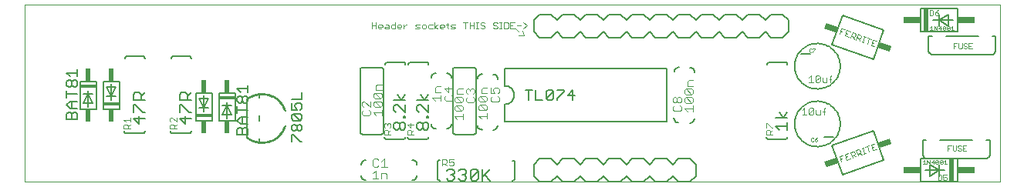
<source format=gto>
G75*
%MOIN*%
%OFA0B0*%
%FSLAX24Y24*%
%IPPOS*%
%LPD*%
%AMOC8*
5,1,8,0,0,1.08239X$1,22.5*
%
%ADD10C,0.0010*%
%ADD11C,0.0020*%
%ADD12C,0.0080*%
%ADD13C,0.0030*%
%ADD14C,0.0060*%
%ADD15C,0.0040*%
%ADD16R,0.0200X0.1000*%
%ADD17R,0.0750X0.0300*%
%ADD18C,0.0006*%
%ADD19R,0.0700X0.0150*%
%ADD20R,0.0200X0.0550*%
%ADD21C,0.0050*%
%ADD22R,0.0526X0.0256*%
D10*
X001244Y004057D02*
X043370Y004057D01*
X043370Y011734D01*
X001244Y011734D01*
X001244Y004057D01*
X035234Y005827D02*
X035259Y005802D01*
X035309Y005802D01*
X035334Y005827D01*
X035381Y005827D02*
X035406Y005802D01*
X035456Y005802D01*
X035481Y005827D01*
X035481Y005852D01*
X035456Y005877D01*
X035381Y005877D01*
X035381Y005827D01*
X035381Y005877D02*
X035431Y005927D01*
X035481Y005952D01*
X035334Y005927D02*
X035309Y005952D01*
X035259Y005952D01*
X035234Y005927D01*
X035234Y005827D01*
X035224Y009662D02*
X035249Y009687D01*
X035224Y009662D02*
X035174Y009662D01*
X035149Y009687D01*
X035149Y009787D01*
X035174Y009812D01*
X035224Y009812D01*
X035249Y009787D01*
X035296Y009812D02*
X035396Y009812D01*
X035396Y009787D01*
X035296Y009687D01*
X035296Y009662D01*
D11*
X040354Y010617D02*
X040474Y010617D01*
X040414Y010617D02*
X040414Y010797D01*
X040354Y010737D01*
X040538Y010797D02*
X040658Y010617D01*
X040658Y010797D01*
X040722Y010707D02*
X040812Y010797D01*
X040812Y010617D01*
X040842Y010707D02*
X040722Y010707D01*
X040906Y010647D02*
X040906Y010767D01*
X040936Y010797D01*
X040996Y010797D01*
X041026Y010767D01*
X040906Y010647D01*
X040936Y010617D01*
X040996Y010617D01*
X041026Y010647D01*
X041026Y010767D01*
X041090Y010767D02*
X041120Y010797D01*
X041180Y010797D01*
X041210Y010767D01*
X041090Y010647D01*
X041120Y010617D01*
X041180Y010617D01*
X041210Y010647D01*
X041210Y010767D01*
X041274Y010737D02*
X041335Y010797D01*
X041335Y010617D01*
X041395Y010617D02*
X041274Y010617D01*
X041090Y010647D02*
X041090Y010767D01*
X040538Y010797D02*
X040538Y010617D01*
X040611Y011267D02*
X040685Y011267D01*
X040721Y011303D01*
X040721Y011340D01*
X040685Y011377D01*
X040575Y011377D01*
X040575Y011303D01*
X040611Y011267D01*
X040575Y011377D02*
X040648Y011450D01*
X040721Y011487D01*
X040500Y011450D02*
X040464Y011487D01*
X040354Y011487D01*
X040354Y011267D01*
X040464Y011267D01*
X040500Y011303D01*
X040500Y011450D01*
X041370Y010047D02*
X041517Y010047D01*
X041591Y010047D02*
X041591Y009863D01*
X041627Y009827D01*
X041701Y009827D01*
X041738Y009863D01*
X041738Y010047D01*
X041812Y010010D02*
X041812Y009973D01*
X041848Y009937D01*
X041922Y009937D01*
X041959Y009900D01*
X041959Y009863D01*
X041922Y009827D01*
X041848Y009827D01*
X041812Y009863D01*
X041812Y010010D02*
X041848Y010047D01*
X041922Y010047D01*
X041959Y010010D01*
X042033Y010047D02*
X042033Y009827D01*
X042180Y009827D01*
X042106Y009937D02*
X042033Y009937D01*
X042033Y010047D02*
X042180Y010047D01*
X041443Y009937D02*
X041370Y009937D01*
X041370Y009827D02*
X041370Y010047D01*
X041346Y005614D02*
X041346Y005431D01*
X041383Y005394D01*
X041456Y005394D01*
X041493Y005431D01*
X041493Y005614D01*
X041567Y005578D02*
X041567Y005541D01*
X041604Y005504D01*
X041677Y005504D01*
X041714Y005468D01*
X041714Y005431D01*
X041677Y005394D01*
X041604Y005394D01*
X041567Y005431D01*
X041567Y005578D02*
X041604Y005614D01*
X041677Y005614D01*
X041714Y005578D01*
X041788Y005614D02*
X041788Y005394D01*
X041935Y005394D01*
X041862Y005504D02*
X041788Y005504D01*
X041788Y005614D02*
X041935Y005614D01*
X041272Y005614D02*
X041125Y005614D01*
X041125Y005394D01*
X041125Y005504D02*
X041199Y005504D01*
X041030Y004997D02*
X041030Y004817D01*
X040970Y004817D02*
X041090Y004817D01*
X040970Y004937D02*
X041030Y004997D01*
X040905Y004967D02*
X040785Y004847D01*
X040815Y004817D01*
X040875Y004817D01*
X040905Y004847D01*
X040905Y004967D01*
X040875Y004997D01*
X040815Y004997D01*
X040785Y004967D01*
X040785Y004847D01*
X040721Y004847D02*
X040691Y004817D01*
X040631Y004817D01*
X040601Y004847D01*
X040721Y004967D01*
X040721Y004847D01*
X040601Y004847D02*
X040601Y004967D01*
X040631Y004997D01*
X040691Y004997D01*
X040721Y004967D01*
X040537Y004907D02*
X040417Y004907D01*
X040507Y004997D01*
X040507Y004817D01*
X040353Y004817D02*
X040353Y004997D01*
X040233Y004997D02*
X040353Y004817D01*
X040233Y004817D02*
X040233Y004997D01*
X040109Y004997D02*
X040109Y004817D01*
X040049Y004817D02*
X040169Y004817D01*
X040049Y004937D02*
X040109Y004997D01*
X040712Y004347D02*
X040822Y004347D01*
X040859Y004310D01*
X040859Y004163D01*
X040822Y004127D01*
X040712Y004127D01*
X040712Y004347D01*
X040933Y004347D02*
X040933Y004237D01*
X041006Y004273D01*
X041043Y004273D01*
X041080Y004237D01*
X041080Y004163D01*
X041043Y004127D01*
X040969Y004127D01*
X040933Y004163D01*
X040933Y004347D02*
X041080Y004347D01*
X022813Y010378D02*
X022579Y010390D01*
X022813Y010378D02*
X022760Y010605D01*
X022780Y010677D02*
X022967Y010817D01*
X022780Y010957D01*
X022691Y010817D02*
X022504Y010817D01*
X022458Y010675D02*
X022601Y010555D01*
X022414Y010677D02*
X022228Y010677D01*
X022228Y010957D01*
X022414Y010957D01*
X022321Y010817D02*
X022228Y010817D01*
X022138Y010910D02*
X022091Y010957D01*
X021951Y010957D01*
X021951Y010677D01*
X022091Y010677D01*
X022138Y010723D01*
X022138Y010910D01*
X021861Y010957D02*
X021767Y010957D01*
X021814Y010957D02*
X021814Y010677D01*
X021767Y010677D02*
X021861Y010677D01*
X021678Y010723D02*
X021631Y010677D01*
X021538Y010677D01*
X021491Y010723D01*
X021538Y010817D02*
X021631Y010817D01*
X021678Y010770D01*
X021678Y010723D01*
X021538Y010817D02*
X021491Y010864D01*
X021491Y010910D01*
X021538Y010957D01*
X021631Y010957D01*
X021678Y010910D01*
X021125Y010910D02*
X021079Y010957D01*
X020985Y010957D01*
X020938Y010910D01*
X020938Y010864D01*
X020985Y010817D01*
X021079Y010817D01*
X021125Y010770D01*
X021125Y010723D01*
X021079Y010677D01*
X020985Y010677D01*
X020938Y010723D01*
X020848Y010677D02*
X020754Y010677D01*
X020801Y010677D02*
X020801Y010957D01*
X020754Y010957D02*
X020848Y010957D01*
X020665Y010957D02*
X020665Y010677D01*
X020665Y010817D02*
X020478Y010817D01*
X020478Y010677D02*
X020478Y010957D01*
X020389Y010957D02*
X020202Y010957D01*
X020295Y010957D02*
X020295Y010677D01*
X019836Y010723D02*
X019789Y010770D01*
X019696Y010770D01*
X019649Y010817D01*
X019696Y010864D01*
X019836Y010864D01*
X019836Y010723D02*
X019789Y010677D01*
X019649Y010677D01*
X019559Y010677D02*
X019512Y010723D01*
X019512Y010910D01*
X019465Y010864D02*
X019559Y010864D01*
X019376Y010817D02*
X019376Y010770D01*
X019189Y010770D01*
X019189Y010723D02*
X019189Y010817D01*
X019236Y010864D01*
X019329Y010864D01*
X019376Y010817D01*
X019329Y010677D02*
X019236Y010677D01*
X019189Y010723D01*
X019099Y010677D02*
X018959Y010770D01*
X019099Y010864D01*
X018959Y010957D02*
X018959Y010677D01*
X018869Y010677D02*
X018729Y010677D01*
X018682Y010723D01*
X018682Y010817D01*
X018729Y010864D01*
X018869Y010864D01*
X018593Y010817D02*
X018546Y010864D01*
X018453Y010864D01*
X018406Y010817D01*
X018406Y010723D01*
X018453Y010677D01*
X018546Y010677D01*
X018593Y010723D01*
X018593Y010817D01*
X018317Y010864D02*
X018177Y010864D01*
X018130Y010817D01*
X018177Y010770D01*
X018270Y010770D01*
X018317Y010723D01*
X018270Y010677D01*
X018130Y010677D01*
X017764Y010864D02*
X017717Y010864D01*
X017624Y010770D01*
X017534Y010770D02*
X017347Y010770D01*
X017347Y010723D02*
X017347Y010817D01*
X017394Y010864D01*
X017487Y010864D01*
X017534Y010817D01*
X017534Y010770D01*
X017487Y010677D02*
X017394Y010677D01*
X017347Y010723D01*
X017258Y010677D02*
X017118Y010677D01*
X017071Y010723D01*
X017071Y010817D01*
X017118Y010864D01*
X017258Y010864D01*
X017258Y010957D02*
X017258Y010677D01*
X016982Y010677D02*
X016982Y010817D01*
X016935Y010864D01*
X016842Y010864D01*
X016842Y010770D02*
X016982Y010770D01*
X016982Y010677D02*
X016842Y010677D01*
X016795Y010723D01*
X016842Y010770D01*
X016705Y010770D02*
X016519Y010770D01*
X016519Y010723D02*
X016519Y010817D01*
X016565Y010864D01*
X016659Y010864D01*
X016705Y010817D01*
X016705Y010770D01*
X016659Y010677D02*
X016565Y010677D01*
X016519Y010723D01*
X016429Y010677D02*
X016429Y010957D01*
X016429Y010817D02*
X016242Y010817D01*
X016242Y010677D02*
X016242Y010957D01*
X017624Y010864D02*
X017624Y010677D01*
D12*
X023244Y010557D02*
X023244Y011057D01*
X023494Y011307D01*
X023994Y011307D01*
X024244Y011057D01*
X024494Y011307D01*
X024994Y011307D01*
X025244Y011057D01*
X025494Y011307D01*
X025994Y011307D01*
X026244Y011057D01*
X026494Y011307D01*
X026994Y011307D01*
X027244Y011057D01*
X027494Y011307D01*
X027994Y011307D01*
X028244Y011057D01*
X028494Y011307D01*
X028994Y011307D01*
X029244Y011057D01*
X029494Y011307D01*
X029994Y011307D01*
X030244Y011057D01*
X030494Y011307D01*
X030994Y011307D01*
X031244Y011057D01*
X031494Y011307D01*
X031994Y011307D01*
X032244Y011057D01*
X032494Y011307D01*
X032994Y011307D01*
X033244Y011057D01*
X033494Y011307D01*
X033994Y011307D01*
X034244Y011057D01*
X034244Y010557D01*
X033994Y010307D01*
X033494Y010307D01*
X033244Y010557D01*
X032994Y010307D01*
X032494Y010307D01*
X032244Y010557D01*
X031994Y010307D01*
X031494Y010307D01*
X031244Y010557D01*
X030994Y010307D01*
X030494Y010307D01*
X030244Y010557D01*
X029994Y010307D01*
X029494Y010307D01*
X029244Y010557D01*
X028994Y010307D01*
X028494Y010307D01*
X028244Y010557D01*
X027994Y010307D01*
X027494Y010307D01*
X027244Y010557D01*
X026994Y010307D01*
X026494Y010307D01*
X026244Y010557D01*
X025994Y010307D01*
X025494Y010307D01*
X025244Y010557D01*
X024994Y010307D01*
X024494Y010307D01*
X024244Y010557D01*
X023994Y010307D01*
X023494Y010307D01*
X023244Y010557D01*
X034794Y009607D02*
X035194Y009607D01*
X036127Y010001D02*
X036585Y011259D01*
X038361Y010612D01*
X037903Y009355D01*
X036127Y010001D01*
X034510Y009057D02*
X034512Y009119D01*
X034518Y009182D01*
X034528Y009243D01*
X034542Y009304D01*
X034559Y009364D01*
X034580Y009423D01*
X034606Y009480D01*
X034634Y009535D01*
X034666Y009589D01*
X034702Y009640D01*
X034740Y009690D01*
X034782Y009736D01*
X034826Y009780D01*
X034874Y009821D01*
X034923Y009859D01*
X034975Y009893D01*
X035029Y009924D01*
X035085Y009952D01*
X035143Y009976D01*
X035202Y009997D01*
X035262Y010013D01*
X035323Y010026D01*
X035385Y010035D01*
X035447Y010040D01*
X035510Y010041D01*
X035572Y010038D01*
X035634Y010031D01*
X035696Y010020D01*
X035756Y010005D01*
X035816Y009987D01*
X035874Y009965D01*
X035931Y009939D01*
X035986Y009909D01*
X036039Y009876D01*
X036090Y009840D01*
X036138Y009801D01*
X036184Y009758D01*
X036227Y009713D01*
X036267Y009665D01*
X036304Y009615D01*
X036338Y009562D01*
X036369Y009508D01*
X036395Y009452D01*
X036419Y009394D01*
X036438Y009334D01*
X036454Y009274D01*
X036466Y009212D01*
X036474Y009151D01*
X036478Y009088D01*
X036478Y009026D01*
X036474Y008963D01*
X036466Y008902D01*
X036454Y008840D01*
X036438Y008780D01*
X036419Y008720D01*
X036395Y008662D01*
X036369Y008606D01*
X036338Y008552D01*
X036304Y008499D01*
X036267Y008449D01*
X036227Y008401D01*
X036184Y008356D01*
X036138Y008313D01*
X036090Y008274D01*
X036039Y008238D01*
X035986Y008205D01*
X035931Y008175D01*
X035874Y008149D01*
X035816Y008127D01*
X035756Y008109D01*
X035696Y008094D01*
X035634Y008083D01*
X035572Y008076D01*
X035510Y008073D01*
X035447Y008074D01*
X035385Y008079D01*
X035323Y008088D01*
X035262Y008101D01*
X035202Y008117D01*
X035143Y008138D01*
X035085Y008162D01*
X035029Y008190D01*
X034975Y008221D01*
X034923Y008255D01*
X034874Y008293D01*
X034826Y008334D01*
X034782Y008378D01*
X034740Y008424D01*
X034702Y008474D01*
X034666Y008525D01*
X034634Y008579D01*
X034606Y008634D01*
X034580Y008691D01*
X034559Y008750D01*
X034542Y008810D01*
X034528Y008871D01*
X034518Y008932D01*
X034512Y008995D01*
X034510Y009057D01*
X034510Y006557D02*
X034512Y006619D01*
X034518Y006682D01*
X034528Y006743D01*
X034542Y006804D01*
X034559Y006864D01*
X034580Y006923D01*
X034606Y006980D01*
X034634Y007035D01*
X034666Y007089D01*
X034702Y007140D01*
X034740Y007190D01*
X034782Y007236D01*
X034826Y007280D01*
X034874Y007321D01*
X034923Y007359D01*
X034975Y007393D01*
X035029Y007424D01*
X035085Y007452D01*
X035143Y007476D01*
X035202Y007497D01*
X035262Y007513D01*
X035323Y007526D01*
X035385Y007535D01*
X035447Y007540D01*
X035510Y007541D01*
X035572Y007538D01*
X035634Y007531D01*
X035696Y007520D01*
X035756Y007505D01*
X035816Y007487D01*
X035874Y007465D01*
X035931Y007439D01*
X035986Y007409D01*
X036039Y007376D01*
X036090Y007340D01*
X036138Y007301D01*
X036184Y007258D01*
X036227Y007213D01*
X036267Y007165D01*
X036304Y007115D01*
X036338Y007062D01*
X036369Y007008D01*
X036395Y006952D01*
X036419Y006894D01*
X036438Y006834D01*
X036454Y006774D01*
X036466Y006712D01*
X036474Y006651D01*
X036478Y006588D01*
X036478Y006526D01*
X036474Y006463D01*
X036466Y006402D01*
X036454Y006340D01*
X036438Y006280D01*
X036419Y006220D01*
X036395Y006162D01*
X036369Y006106D01*
X036338Y006052D01*
X036304Y005999D01*
X036267Y005949D01*
X036227Y005901D01*
X036184Y005856D01*
X036138Y005813D01*
X036090Y005774D01*
X036039Y005738D01*
X035986Y005705D01*
X035931Y005675D01*
X035874Y005649D01*
X035816Y005627D01*
X035756Y005609D01*
X035696Y005594D01*
X035634Y005583D01*
X035572Y005576D01*
X035510Y005573D01*
X035447Y005574D01*
X035385Y005579D01*
X035323Y005588D01*
X035262Y005601D01*
X035202Y005617D01*
X035143Y005638D01*
X035085Y005662D01*
X035029Y005690D01*
X034975Y005721D01*
X034923Y005755D01*
X034874Y005793D01*
X034826Y005834D01*
X034782Y005878D01*
X034740Y005924D01*
X034702Y005974D01*
X034666Y006025D01*
X034634Y006079D01*
X034606Y006134D01*
X034580Y006191D01*
X034559Y006250D01*
X034542Y006310D01*
X034528Y006371D01*
X034518Y006432D01*
X034512Y006495D01*
X034510Y006557D01*
X035794Y006007D02*
X036194Y006007D01*
X036127Y005612D02*
X036585Y004355D01*
X038361Y005001D01*
X037903Y006259D01*
X036127Y005612D01*
X030244Y004807D02*
X030244Y004307D01*
X029994Y004057D01*
X029494Y004057D01*
X029244Y004307D01*
X028994Y004057D01*
X028494Y004057D01*
X028244Y004307D01*
X027994Y004057D01*
X027494Y004057D01*
X027244Y004307D01*
X026994Y004057D01*
X026494Y004057D01*
X026244Y004307D01*
X025994Y004057D01*
X025494Y004057D01*
X025244Y004307D01*
X024994Y004057D01*
X024494Y004057D01*
X024244Y004307D01*
X023994Y004057D01*
X023494Y004057D01*
X023244Y004307D01*
X023244Y004807D01*
X023494Y005057D01*
X023994Y005057D01*
X024244Y004807D01*
X024494Y005057D01*
X024994Y005057D01*
X025244Y004807D01*
X025494Y005057D01*
X025994Y005057D01*
X026244Y004807D01*
X026494Y005057D01*
X026994Y005057D01*
X027244Y004807D01*
X027494Y005057D01*
X027994Y005057D01*
X028244Y004807D01*
X028494Y005057D01*
X028994Y005057D01*
X029244Y004807D01*
X029494Y005057D01*
X029994Y005057D01*
X030244Y004807D01*
D13*
X033270Y006096D02*
X033270Y006241D01*
X033318Y006289D01*
X033415Y006289D01*
X033463Y006241D01*
X033463Y006096D01*
X033463Y006193D02*
X033560Y006289D01*
X033560Y006391D02*
X033511Y006391D01*
X033318Y006584D01*
X033270Y006584D01*
X033270Y006391D01*
X033270Y006096D02*
X033560Y006096D01*
X034838Y006952D02*
X035032Y006952D01*
X034935Y006952D02*
X034935Y007242D01*
X034838Y007145D01*
X035133Y007194D02*
X035133Y007000D01*
X035326Y007194D01*
X035326Y007000D01*
X035278Y006952D01*
X035181Y006952D01*
X035133Y007000D01*
X035133Y007194D02*
X035181Y007242D01*
X035278Y007242D01*
X035326Y007194D01*
X035428Y007145D02*
X035428Y007000D01*
X035476Y006952D01*
X035621Y006952D01*
X035621Y007145D01*
X035722Y007097D02*
X035819Y007097D01*
X035771Y007194D02*
X035819Y007242D01*
X035771Y007194D02*
X035771Y006952D01*
X037566Y005561D02*
X037723Y005618D01*
X037644Y005590D02*
X037730Y005355D01*
X037569Y005296D02*
X037490Y005267D01*
X037529Y005282D02*
X037444Y005517D01*
X037405Y005503D02*
X037483Y005531D01*
X037333Y005432D02*
X037280Y005457D01*
X037162Y005414D01*
X037248Y005179D01*
X037219Y005258D02*
X037337Y005300D01*
X037362Y005354D01*
X037333Y005432D01*
X037298Y005286D02*
X037405Y005236D01*
X037162Y005148D02*
X037055Y005198D01*
X037095Y005212D02*
X036977Y005170D01*
X037006Y005091D02*
X036920Y005326D01*
X037038Y005369D01*
X037091Y005344D01*
X037120Y005266D01*
X037095Y005212D01*
X036920Y005060D02*
X036763Y005003D01*
X036678Y005238D01*
X036835Y005295D01*
X036799Y005149D02*
X036721Y005121D01*
X036592Y005207D02*
X036436Y005150D01*
X036521Y004915D01*
X036478Y005032D02*
X036557Y005061D01*
X037808Y005650D02*
X037894Y005414D01*
X038051Y005472D01*
X037930Y005561D02*
X037851Y005532D01*
X037808Y005650D02*
X037965Y005707D01*
X036051Y008362D02*
X036051Y008604D01*
X036099Y008652D01*
X036099Y008507D02*
X036003Y008507D01*
X035902Y008555D02*
X035902Y008362D01*
X035756Y008362D01*
X035708Y008410D01*
X035708Y008555D01*
X035607Y008604D02*
X035413Y008410D01*
X035462Y008362D01*
X035558Y008362D01*
X035607Y008410D01*
X035607Y008604D01*
X035558Y008652D01*
X035462Y008652D01*
X035413Y008604D01*
X035413Y008410D01*
X035312Y008362D02*
X035119Y008362D01*
X035215Y008362D02*
X035215Y008652D01*
X035119Y008555D01*
X037647Y010031D02*
X037733Y010266D01*
X037811Y010238D02*
X037654Y010295D01*
X037571Y010325D02*
X037493Y010353D01*
X037532Y010339D02*
X037446Y010104D01*
X037407Y010118D02*
X037486Y010090D01*
X037322Y010149D02*
X037272Y010256D01*
X037311Y010242D02*
X037194Y010285D01*
X037165Y010206D02*
X037251Y010442D01*
X037368Y010399D01*
X037393Y010345D01*
X037365Y010267D01*
X037311Y010242D01*
X037122Y010355D02*
X037069Y010330D01*
X036951Y010373D01*
X036923Y010295D02*
X037008Y010530D01*
X037126Y010487D01*
X037151Y010433D01*
X037122Y010355D01*
X037030Y010344D02*
X037080Y010238D01*
X036837Y010326D02*
X036680Y010383D01*
X036766Y010618D01*
X036923Y010561D01*
X036802Y010472D02*
X036723Y010500D01*
X036681Y010649D02*
X036524Y010706D01*
X036438Y010471D01*
X036481Y010589D02*
X036559Y010560D01*
X037854Y010089D02*
X037932Y010060D01*
X037811Y009971D02*
X037968Y009914D01*
X037811Y009971D02*
X037897Y010206D01*
X038053Y010149D01*
X019771Y005031D02*
X019578Y005031D01*
X019578Y004886D01*
X019674Y004934D01*
X019723Y004934D01*
X019771Y004886D01*
X019771Y004789D01*
X019723Y004741D01*
X019626Y004741D01*
X019578Y004789D01*
X019476Y004741D02*
X019380Y004837D01*
X019428Y004837D02*
X019283Y004837D01*
X019283Y004741D02*
X019283Y005031D01*
X019428Y005031D01*
X019476Y004982D01*
X019476Y004886D01*
X019428Y004837D01*
X018060Y006096D02*
X017770Y006096D01*
X017770Y006241D01*
X017818Y006289D01*
X017915Y006289D01*
X017963Y006241D01*
X017963Y006096D01*
X017963Y006193D02*
X018060Y006289D01*
X017915Y006391D02*
X017915Y006584D01*
X018060Y006536D02*
X017770Y006536D01*
X017915Y006391D01*
X017060Y006439D02*
X017011Y006391D01*
X017060Y006439D02*
X017060Y006536D01*
X017011Y006584D01*
X016963Y006584D01*
X016915Y006536D01*
X016915Y006487D01*
X016915Y006536D02*
X016866Y006584D01*
X016818Y006584D01*
X016770Y006536D01*
X016770Y006439D01*
X016818Y006391D01*
X016818Y006289D02*
X016915Y006289D01*
X016963Y006241D01*
X016963Y006096D01*
X016963Y006193D02*
X017060Y006289D01*
X017060Y006096D02*
X016770Y006096D01*
X016770Y006241D01*
X016818Y006289D01*
X007810Y006346D02*
X007520Y006346D01*
X007520Y006491D01*
X007568Y006539D01*
X007665Y006539D01*
X007713Y006491D01*
X007713Y006346D01*
X007713Y006443D02*
X007810Y006539D01*
X007810Y006641D02*
X007616Y006834D01*
X007568Y006834D01*
X007520Y006786D01*
X007520Y006689D01*
X007568Y006641D01*
X007810Y006641D02*
X007810Y006834D01*
X005810Y006834D02*
X005810Y006641D01*
X005810Y006737D02*
X005520Y006737D01*
X005616Y006641D01*
X005568Y006539D02*
X005520Y006491D01*
X005520Y006346D01*
X005810Y006346D01*
X005713Y006346D02*
X005713Y006491D01*
X005665Y006539D01*
X005568Y006539D01*
X005713Y006443D02*
X005810Y006539D01*
D14*
X005946Y006794D02*
X006197Y006543D01*
X006197Y006877D01*
X006363Y007059D02*
X006447Y007059D01*
X006363Y007059D02*
X006030Y007393D01*
X005946Y007393D01*
X005946Y007059D01*
X005344Y007207D02*
X004644Y007207D01*
X004644Y008407D01*
X005344Y008407D01*
X005344Y007207D01*
X004994Y007607D02*
X004994Y007757D01*
X005194Y007757D01*
X004994Y007757D02*
X004794Y007757D01*
X004994Y007757D02*
X004794Y008157D01*
X005194Y008157D01*
X004994Y007757D01*
X004994Y008307D01*
X004344Y008407D02*
X003644Y008407D01*
X003644Y007207D01*
X004344Y007207D01*
X004344Y008407D01*
X003994Y008007D02*
X003994Y007857D01*
X003794Y007857D01*
X003994Y007857D02*
X004194Y007857D01*
X003994Y007857D02*
X004194Y007457D01*
X003794Y007457D01*
X003994Y007857D01*
X003994Y007307D01*
X005946Y007575D02*
X005946Y007825D01*
X006030Y007908D01*
X006197Y007908D01*
X006280Y007825D01*
X006280Y007575D01*
X006280Y007742D02*
X006447Y007908D01*
X006447Y007575D02*
X005946Y007575D01*
X007946Y007575D02*
X007946Y007825D01*
X008030Y007908D01*
X008197Y007908D01*
X008280Y007825D01*
X008280Y007575D01*
X008280Y007742D02*
X008447Y007908D01*
X008644Y007907D02*
X009344Y007907D01*
X009344Y006707D01*
X008644Y006707D01*
X008644Y007907D01*
X008994Y007807D02*
X008994Y007257D01*
X009194Y007257D01*
X008994Y007257D02*
X008794Y007257D01*
X008994Y007257D02*
X008994Y007107D01*
X008994Y007257D02*
X008794Y007657D01*
X009194Y007657D01*
X008994Y007257D01*
X008447Y007059D02*
X008363Y007059D01*
X008030Y007393D01*
X007946Y007393D01*
X007946Y007059D01*
X008197Y006877D02*
X008197Y006543D01*
X007946Y006794D01*
X008447Y006794D01*
X009644Y006707D02*
X010344Y006707D01*
X010344Y007907D01*
X009644Y007907D01*
X009644Y006707D01*
X009994Y006807D02*
X009994Y007357D01*
X009794Y007357D01*
X009994Y007357D02*
X010194Y007357D01*
X009994Y007357D02*
X010194Y006957D01*
X009794Y006957D01*
X009994Y007357D01*
X009994Y007507D01*
X010844Y007631D02*
X010844Y005982D01*
X011394Y005919D02*
X011394Y005761D01*
X012783Y005785D02*
X012783Y006078D01*
X012857Y006078D01*
X013150Y005785D01*
X013224Y005785D01*
X013150Y006245D02*
X013077Y006245D01*
X013004Y006319D01*
X013004Y006465D01*
X013077Y006539D01*
X013150Y006539D01*
X013224Y006465D01*
X013224Y006319D01*
X013150Y006245D01*
X013004Y006319D02*
X012930Y006245D01*
X012857Y006245D01*
X012783Y006319D01*
X012783Y006465D01*
X012857Y006539D01*
X012930Y006539D01*
X013004Y006465D01*
X013150Y006706D02*
X012857Y006999D01*
X013150Y006999D01*
X013224Y006926D01*
X013224Y006779D01*
X013150Y006706D01*
X012857Y006706D01*
X012783Y006779D01*
X012783Y006926D01*
X012857Y006999D01*
X012783Y007166D02*
X013004Y007166D01*
X012930Y007313D01*
X012930Y007386D01*
X013004Y007459D01*
X013150Y007459D01*
X013224Y007386D01*
X013224Y007239D01*
X013150Y007166D01*
X012783Y007166D02*
X012783Y007459D01*
X012783Y007626D02*
X013224Y007626D01*
X013224Y007920D01*
X011394Y007852D02*
X011394Y007694D01*
X011394Y006919D02*
X011394Y006694D01*
X008444Y006249D02*
X008442Y006232D01*
X008438Y006215D01*
X008431Y006199D01*
X008421Y006185D01*
X008408Y006172D01*
X008394Y006162D01*
X008378Y006155D01*
X008361Y006151D01*
X008344Y006149D01*
X007644Y006149D01*
X007627Y006151D01*
X007610Y006155D01*
X007594Y006162D01*
X007580Y006172D01*
X007567Y006185D01*
X007557Y006199D01*
X007550Y006215D01*
X007546Y006232D01*
X007544Y006249D01*
X006444Y006249D02*
X006442Y006232D01*
X006438Y006215D01*
X006431Y006199D01*
X006421Y006185D01*
X006408Y006172D01*
X006394Y006162D01*
X006378Y006155D01*
X006361Y006151D01*
X006344Y006149D01*
X005644Y006149D01*
X005627Y006151D01*
X005610Y006155D01*
X005594Y006162D01*
X005580Y006172D01*
X005567Y006185D01*
X005557Y006199D01*
X005550Y006215D01*
X005546Y006232D01*
X005544Y006249D01*
X005946Y006794D02*
X006447Y006794D01*
X007946Y007575D02*
X008447Y007575D01*
X008444Y009390D02*
X008442Y009407D01*
X008438Y009424D01*
X008431Y009440D01*
X008421Y009454D01*
X008408Y009467D01*
X008394Y009477D01*
X008378Y009484D01*
X008361Y009488D01*
X008344Y009490D01*
X007683Y009490D01*
X007666Y009488D01*
X007649Y009484D01*
X007633Y009477D01*
X007619Y009467D01*
X007606Y009454D01*
X007596Y009440D01*
X007589Y009424D01*
X007585Y009407D01*
X007583Y009390D01*
X006444Y009390D02*
X006442Y009407D01*
X006438Y009424D01*
X006431Y009440D01*
X006421Y009454D01*
X006408Y009467D01*
X006394Y009477D01*
X006378Y009484D01*
X006361Y009488D01*
X006344Y009490D01*
X005683Y009490D01*
X005666Y009488D01*
X005649Y009484D01*
X005633Y009477D01*
X005619Y009467D01*
X005606Y009454D01*
X005596Y009440D01*
X005589Y009424D01*
X005585Y009407D01*
X005583Y009390D01*
X015744Y008907D02*
X015744Y006207D01*
X015746Y006190D01*
X015750Y006173D01*
X015757Y006157D01*
X015767Y006143D01*
X015780Y006130D01*
X015794Y006120D01*
X015810Y006113D01*
X015827Y006109D01*
X015844Y006107D01*
X016644Y006107D01*
X016661Y006109D01*
X016678Y006113D01*
X016694Y006120D01*
X016708Y006130D01*
X016721Y006143D01*
X016731Y006157D01*
X016738Y006173D01*
X016742Y006190D01*
X016744Y006207D01*
X016744Y008907D01*
X016742Y008924D01*
X016738Y008941D01*
X016731Y008957D01*
X016721Y008971D01*
X016708Y008984D01*
X016694Y008994D01*
X016678Y009001D01*
X016661Y009005D01*
X016644Y009007D01*
X015844Y009007D01*
X015827Y009005D01*
X015810Y009001D01*
X015794Y008994D01*
X015780Y008984D01*
X015767Y008971D01*
X015757Y008957D01*
X015750Y008941D01*
X015746Y008924D01*
X015744Y008907D01*
X016833Y009140D02*
X016835Y009157D01*
X016839Y009174D01*
X016846Y009190D01*
X016856Y009204D01*
X016869Y009217D01*
X016883Y009227D01*
X016899Y009234D01*
X016916Y009238D01*
X016933Y009240D01*
X017594Y009240D01*
X017611Y009238D01*
X017628Y009234D01*
X017644Y009227D01*
X017658Y009217D01*
X017671Y009204D01*
X017681Y009190D01*
X017688Y009174D01*
X017692Y009157D01*
X017694Y009140D01*
X017833Y009140D02*
X017835Y009157D01*
X017839Y009174D01*
X017846Y009190D01*
X017856Y009204D01*
X017869Y009217D01*
X017883Y009227D01*
X017899Y009234D01*
X017916Y009238D01*
X017933Y009240D01*
X018594Y009240D01*
X018611Y009238D01*
X018628Y009234D01*
X018644Y009227D01*
X018658Y009217D01*
X018671Y009204D01*
X018681Y009190D01*
X018688Y009174D01*
X018692Y009157D01*
X018694Y009140D01*
X019744Y008907D02*
X019744Y006207D01*
X019746Y006190D01*
X019750Y006173D01*
X019757Y006157D01*
X019767Y006143D01*
X019780Y006130D01*
X019794Y006120D01*
X019810Y006113D01*
X019827Y006109D01*
X019844Y006107D01*
X020644Y006107D01*
X020661Y006109D01*
X020678Y006113D01*
X020694Y006120D01*
X020708Y006130D01*
X020721Y006143D01*
X020731Y006157D01*
X020738Y006173D01*
X020742Y006190D01*
X020744Y006207D01*
X020744Y008907D01*
X020742Y008924D01*
X020738Y008941D01*
X020731Y008957D01*
X020721Y008971D01*
X020708Y008984D01*
X020694Y008994D01*
X020678Y009001D01*
X020661Y009005D01*
X020644Y009007D01*
X019844Y009007D01*
X019827Y009005D01*
X019810Y009001D01*
X019794Y008994D01*
X019780Y008984D01*
X019767Y008971D01*
X019757Y008957D01*
X019750Y008941D01*
X019746Y008924D01*
X019744Y008907D01*
X019487Y008752D02*
X019513Y008750D01*
X019539Y008745D01*
X019564Y008737D01*
X019587Y008725D01*
X019609Y008711D01*
X019628Y008693D01*
X019646Y008674D01*
X019660Y008652D01*
X019672Y008629D01*
X019680Y008604D01*
X019685Y008578D01*
X019687Y008552D01*
X019014Y008767D02*
X018988Y008765D01*
X018962Y008760D01*
X018937Y008752D01*
X018914Y008740D01*
X018892Y008726D01*
X018873Y008708D01*
X018855Y008689D01*
X018841Y008667D01*
X018829Y008644D01*
X018821Y008619D01*
X018816Y008593D01*
X018814Y008567D01*
X020814Y008517D02*
X020816Y008543D01*
X020821Y008569D01*
X020829Y008594D01*
X020841Y008617D01*
X020855Y008639D01*
X020873Y008658D01*
X020892Y008676D01*
X020914Y008690D01*
X020937Y008702D01*
X020962Y008710D01*
X020988Y008715D01*
X021014Y008717D01*
X021487Y008702D02*
X021513Y008700D01*
X021539Y008695D01*
X021564Y008687D01*
X021587Y008675D01*
X021609Y008661D01*
X021628Y008643D01*
X021646Y008624D01*
X021660Y008602D01*
X021672Y008579D01*
X021680Y008554D01*
X021685Y008528D01*
X021687Y008502D01*
X021994Y008207D02*
X021994Y008957D01*
X028994Y008957D01*
X028994Y006657D01*
X021994Y006657D01*
X021994Y007407D01*
X022033Y007409D01*
X022072Y007415D01*
X022110Y007424D01*
X022147Y007437D01*
X022183Y007454D01*
X022216Y007474D01*
X022248Y007498D01*
X022277Y007524D01*
X022303Y007553D01*
X022327Y007585D01*
X022347Y007618D01*
X022364Y007654D01*
X022377Y007691D01*
X022386Y007729D01*
X022392Y007768D01*
X022394Y007807D01*
X022392Y007846D01*
X022386Y007885D01*
X022377Y007923D01*
X022364Y007960D01*
X022347Y007996D01*
X022327Y008029D01*
X022303Y008061D01*
X022277Y008090D01*
X022248Y008116D01*
X022216Y008140D01*
X022183Y008160D01*
X022147Y008177D01*
X022110Y008190D01*
X022072Y008199D01*
X022033Y008205D01*
X021994Y008207D01*
X018697Y007833D02*
X018530Y007583D01*
X018363Y007833D01*
X018196Y007583D02*
X018697Y007583D01*
X018697Y007401D02*
X018697Y007067D01*
X018363Y007401D01*
X018280Y007401D01*
X018196Y007317D01*
X018196Y007150D01*
X018280Y007067D01*
X018613Y006893D02*
X018697Y006893D01*
X018697Y006809D01*
X018613Y006809D01*
X018613Y006893D01*
X018613Y006627D02*
X018697Y006544D01*
X018697Y006377D01*
X018613Y006293D01*
X018530Y006293D01*
X018447Y006377D01*
X018447Y006544D01*
X018530Y006627D01*
X018613Y006627D01*
X018447Y006544D02*
X018363Y006627D01*
X018280Y006627D01*
X018196Y006544D01*
X018196Y006377D01*
X018280Y006293D01*
X018363Y006293D01*
X018447Y006377D01*
X018694Y005999D02*
X018692Y005982D01*
X018688Y005965D01*
X018681Y005949D01*
X018671Y005935D01*
X018658Y005922D01*
X018644Y005912D01*
X018628Y005905D01*
X018611Y005901D01*
X018594Y005899D01*
X017894Y005899D01*
X017877Y005901D01*
X017860Y005905D01*
X017844Y005912D01*
X017830Y005922D01*
X017817Y005935D01*
X017807Y005949D01*
X017800Y005965D01*
X017796Y005982D01*
X017794Y005999D01*
X017694Y005999D02*
X017692Y005982D01*
X017688Y005965D01*
X017681Y005949D01*
X017671Y005935D01*
X017658Y005922D01*
X017644Y005912D01*
X017628Y005905D01*
X017611Y005901D01*
X017594Y005899D01*
X016894Y005899D01*
X016877Y005901D01*
X016860Y005905D01*
X016844Y005912D01*
X016830Y005922D01*
X016817Y005935D01*
X016807Y005949D01*
X016800Y005965D01*
X016796Y005982D01*
X016794Y005999D01*
X017196Y006377D02*
X017196Y006544D01*
X017280Y006627D01*
X017363Y006627D01*
X017447Y006544D01*
X017447Y006377D01*
X017363Y006293D01*
X017280Y006293D01*
X017196Y006377D01*
X017447Y006377D02*
X017530Y006293D01*
X017613Y006293D01*
X017697Y006377D01*
X017697Y006544D01*
X017613Y006627D01*
X017530Y006627D01*
X017447Y006544D01*
X017613Y006809D02*
X017613Y006893D01*
X017697Y006893D01*
X017697Y006809D01*
X017613Y006809D01*
X017697Y007067D02*
X017363Y007401D01*
X017280Y007401D01*
X017196Y007317D01*
X017196Y007150D01*
X017280Y007067D01*
X017697Y007067D02*
X017697Y007401D01*
X017697Y007583D02*
X017196Y007583D01*
X017363Y007833D02*
X017530Y007583D01*
X017697Y007833D01*
X018807Y006557D02*
X018809Y006531D01*
X018814Y006505D01*
X018822Y006480D01*
X018834Y006457D01*
X018848Y006435D01*
X018866Y006416D01*
X018885Y006398D01*
X018907Y006384D01*
X018930Y006372D01*
X018955Y006364D01*
X018981Y006359D01*
X019007Y006357D01*
X019477Y006350D02*
X019503Y006352D01*
X019529Y006357D01*
X019554Y006365D01*
X019577Y006377D01*
X019599Y006391D01*
X019618Y006409D01*
X019636Y006428D01*
X019650Y006450D01*
X019662Y006473D01*
X019670Y006498D01*
X019675Y006524D01*
X019677Y006550D01*
X020807Y006507D02*
X020809Y006481D01*
X020814Y006455D01*
X020822Y006430D01*
X020834Y006407D01*
X020848Y006385D01*
X020866Y006366D01*
X020885Y006348D01*
X020907Y006334D01*
X020930Y006322D01*
X020955Y006314D01*
X020981Y006309D01*
X021007Y006307D01*
X021477Y006300D02*
X021503Y006302D01*
X021529Y006307D01*
X021554Y006315D01*
X021577Y006327D01*
X021599Y006341D01*
X021618Y006359D01*
X021636Y006378D01*
X021650Y006400D01*
X021662Y006423D01*
X021670Y006448D01*
X021675Y006474D01*
X021677Y006500D01*
X022327Y004967D02*
X022344Y004965D01*
X022361Y004961D01*
X022377Y004954D01*
X022391Y004944D01*
X022404Y004931D01*
X022414Y004917D01*
X022421Y004901D01*
X022425Y004884D01*
X022427Y004867D01*
X022427Y004207D01*
X022425Y004190D01*
X022421Y004173D01*
X022414Y004157D01*
X022404Y004143D01*
X022391Y004130D01*
X022377Y004120D01*
X022361Y004113D01*
X022344Y004109D01*
X022327Y004107D01*
X021361Y004104D02*
X021111Y004354D01*
X021027Y004270D02*
X021361Y004604D01*
X021027Y004604D02*
X021027Y004104D01*
X020845Y004187D02*
X020762Y004104D01*
X020595Y004104D01*
X020512Y004187D01*
X020845Y004521D01*
X020845Y004187D01*
X020512Y004187D02*
X020512Y004521D01*
X020595Y004604D01*
X020762Y004604D01*
X020845Y004521D01*
X020330Y004521D02*
X020330Y004437D01*
X020246Y004354D01*
X020330Y004270D01*
X020330Y004187D01*
X020246Y004104D01*
X020080Y004104D01*
X019996Y004187D01*
X019814Y004187D02*
X019731Y004104D01*
X019564Y004104D01*
X019480Y004187D01*
X019647Y004354D02*
X019731Y004354D01*
X019814Y004270D01*
X019814Y004187D01*
X019731Y004354D02*
X019814Y004437D01*
X019814Y004521D01*
X019731Y004604D01*
X019564Y004604D01*
X019480Y004521D01*
X019996Y004521D02*
X020080Y004604D01*
X020246Y004604D01*
X020330Y004521D01*
X020246Y004354D02*
X020163Y004354D01*
X019186Y004107D02*
X019169Y004109D01*
X019152Y004113D01*
X019136Y004120D01*
X019122Y004130D01*
X019109Y004143D01*
X019099Y004157D01*
X019092Y004173D01*
X019088Y004190D01*
X019086Y004207D01*
X019086Y004907D01*
X019088Y004924D01*
X019092Y004941D01*
X019099Y004957D01*
X019109Y004971D01*
X019122Y004984D01*
X019136Y004994D01*
X019152Y005001D01*
X019169Y005005D01*
X019186Y005007D01*
X018201Y004790D02*
X018199Y004816D01*
X018194Y004842D01*
X018186Y004867D01*
X018174Y004890D01*
X018160Y004912D01*
X018142Y004931D01*
X018123Y004949D01*
X018101Y004963D01*
X018078Y004975D01*
X018053Y004983D01*
X018027Y004988D01*
X018001Y004990D01*
X018194Y004320D02*
X018192Y004294D01*
X018187Y004268D01*
X018179Y004243D01*
X018167Y004220D01*
X018153Y004198D01*
X018135Y004179D01*
X018116Y004161D01*
X018094Y004147D01*
X018071Y004135D01*
X018046Y004127D01*
X018020Y004122D01*
X017994Y004120D01*
X015983Y004127D02*
X015957Y004129D01*
X015931Y004134D01*
X015906Y004142D01*
X015883Y004154D01*
X015861Y004168D01*
X015842Y004186D01*
X015824Y004205D01*
X015810Y004227D01*
X015798Y004250D01*
X015790Y004275D01*
X015785Y004301D01*
X015783Y004327D01*
X015799Y004800D02*
X015801Y004826D01*
X015806Y004852D01*
X015814Y004877D01*
X015826Y004900D01*
X015840Y004922D01*
X015858Y004941D01*
X015877Y004959D01*
X015899Y004973D01*
X015922Y004985D01*
X015947Y004993D01*
X015973Y004998D01*
X015999Y005000D01*
X029300Y006812D02*
X029302Y006786D01*
X029307Y006760D01*
X029315Y006735D01*
X029327Y006712D01*
X029341Y006690D01*
X029359Y006671D01*
X029378Y006653D01*
X029400Y006639D01*
X029423Y006627D01*
X029448Y006619D01*
X029474Y006614D01*
X029500Y006612D01*
X029973Y006596D02*
X029999Y006598D01*
X030025Y006603D01*
X030050Y006611D01*
X030073Y006623D01*
X030095Y006637D01*
X030114Y006655D01*
X030132Y006674D01*
X030146Y006696D01*
X030158Y006719D01*
X030166Y006744D01*
X030171Y006770D01*
X030173Y006796D01*
X033294Y005999D02*
X033296Y005982D01*
X033300Y005965D01*
X033307Y005949D01*
X033317Y005935D01*
X033330Y005922D01*
X033344Y005912D01*
X033360Y005905D01*
X033377Y005901D01*
X033394Y005899D01*
X034094Y005899D01*
X034111Y005901D01*
X034128Y005905D01*
X034144Y005912D01*
X034158Y005922D01*
X034171Y005935D01*
X034181Y005949D01*
X034188Y005965D01*
X034192Y005982D01*
X034194Y005999D01*
X034197Y006293D02*
X034197Y006627D01*
X034197Y006460D02*
X033696Y006460D01*
X033863Y006293D01*
X033696Y006809D02*
X034197Y006809D01*
X034030Y006809D02*
X033863Y007059D01*
X034030Y006809D02*
X034197Y007059D01*
X030180Y008807D02*
X030178Y008833D01*
X030173Y008859D01*
X030165Y008884D01*
X030153Y008907D01*
X030139Y008929D01*
X030121Y008948D01*
X030102Y008966D01*
X030080Y008980D01*
X030057Y008992D01*
X030032Y009000D01*
X030006Y009005D01*
X029980Y009007D01*
X029511Y009014D02*
X029485Y009012D01*
X029459Y009007D01*
X029434Y008999D01*
X029411Y008987D01*
X029389Y008973D01*
X029370Y008955D01*
X029352Y008936D01*
X029338Y008914D01*
X029326Y008891D01*
X029318Y008866D01*
X029313Y008840D01*
X029311Y008814D01*
X033333Y009140D02*
X033335Y009157D01*
X033339Y009174D01*
X033346Y009190D01*
X033356Y009204D01*
X033369Y009217D01*
X033383Y009227D01*
X033399Y009234D01*
X033416Y009238D01*
X033433Y009240D01*
X034094Y009240D01*
X034111Y009238D01*
X034128Y009234D01*
X034144Y009227D01*
X034158Y009217D01*
X034171Y009204D01*
X034181Y009190D01*
X034188Y009174D01*
X034192Y009157D01*
X034194Y009140D01*
X039944Y010557D02*
X039944Y011557D01*
X041544Y011557D01*
X041544Y010557D01*
X039944Y010557D01*
X040744Y010807D02*
X040744Y011057D01*
X040744Y011307D01*
X040744Y011057D02*
X041144Y011307D01*
X041144Y010807D01*
X040744Y011057D01*
X041344Y011057D01*
X040744Y011057D02*
X040494Y011057D01*
X040444Y010357D02*
X040294Y010357D01*
X040294Y009757D01*
X040296Y009731D01*
X040301Y009705D01*
X040309Y009680D01*
X040321Y009657D01*
X040335Y009635D01*
X040353Y009616D01*
X040372Y009598D01*
X040394Y009584D01*
X040417Y009572D01*
X040442Y009564D01*
X040468Y009559D01*
X040494Y009557D01*
X042994Y009557D01*
X043020Y009559D01*
X043046Y009564D01*
X043071Y009572D01*
X043094Y009584D01*
X043116Y009598D01*
X043135Y009616D01*
X043153Y009635D01*
X043167Y009657D01*
X043179Y009680D01*
X043187Y009705D01*
X043192Y009731D01*
X043194Y009757D01*
X043194Y010357D01*
X043044Y010357D01*
X042444Y010357D02*
X041044Y010357D01*
X040794Y005857D02*
X042194Y005857D01*
X042794Y005857D02*
X042944Y005857D01*
X042944Y005257D01*
X042942Y005231D01*
X042937Y005205D01*
X042929Y005180D01*
X042917Y005157D01*
X042903Y005135D01*
X042885Y005116D01*
X042866Y005098D01*
X042844Y005084D01*
X042821Y005072D01*
X042796Y005064D01*
X042770Y005059D01*
X042744Y005057D01*
X040244Y005057D01*
X040218Y005059D01*
X040192Y005064D01*
X040167Y005072D01*
X040144Y005084D01*
X040122Y005098D01*
X040103Y005116D01*
X040085Y005135D01*
X040071Y005157D01*
X040059Y005180D01*
X040051Y005205D01*
X040046Y005231D01*
X040044Y005257D01*
X040044Y005857D01*
X040194Y005857D01*
X039944Y005057D02*
X039944Y004057D01*
X041544Y004057D01*
X041544Y005057D01*
X039944Y005057D01*
X040344Y004807D02*
X040744Y004557D01*
X040744Y004807D01*
X040344Y004807D02*
X040344Y004307D01*
X040744Y004557D01*
X040744Y004307D01*
X040744Y004557D02*
X040144Y004557D01*
X040744Y004557D02*
X040994Y004557D01*
D15*
X030126Y007101D02*
X030126Y007341D01*
X030126Y007221D02*
X029766Y007221D01*
X029886Y007101D01*
X029605Y007168D02*
X029605Y007288D01*
X029545Y007348D01*
X029545Y007476D02*
X029485Y007476D01*
X029425Y007536D01*
X029425Y007656D01*
X029485Y007717D01*
X029545Y007717D01*
X029605Y007656D01*
X029605Y007536D01*
X029545Y007476D01*
X029425Y007536D02*
X029365Y007476D01*
X029305Y007476D01*
X029245Y007536D01*
X029245Y007656D01*
X029305Y007717D01*
X029365Y007717D01*
X029425Y007656D01*
X029766Y007650D02*
X029826Y007710D01*
X030066Y007470D01*
X030126Y007530D01*
X030126Y007650D01*
X030066Y007710D01*
X029826Y007710D01*
X029766Y007650D02*
X029766Y007530D01*
X029826Y007470D01*
X030066Y007470D01*
X029605Y007168D02*
X029545Y007108D01*
X029305Y007108D01*
X029245Y007168D01*
X029245Y007288D01*
X029305Y007348D01*
X029826Y007838D02*
X029766Y007898D01*
X029766Y008018D01*
X029826Y008078D01*
X030066Y007838D01*
X030126Y007898D01*
X030126Y008018D01*
X030066Y008078D01*
X029826Y008078D01*
X029886Y008206D02*
X029886Y008386D01*
X029946Y008446D01*
X030126Y008446D01*
X030126Y008206D02*
X029886Y008206D01*
X029826Y007838D02*
X030066Y007838D01*
X021742Y007937D02*
X021682Y007877D01*
X021742Y007937D02*
X021742Y008057D01*
X021682Y008117D01*
X021562Y008117D01*
X021502Y008057D01*
X021502Y007997D01*
X021562Y007877D01*
X021382Y007877D01*
X021382Y008117D01*
X021221Y008124D02*
X021041Y008124D01*
X020981Y008064D01*
X020981Y007884D01*
X021221Y007884D01*
X021161Y007756D02*
X020921Y007756D01*
X021161Y007516D01*
X021221Y007576D01*
X021221Y007696D01*
X021161Y007756D01*
X021382Y007689D02*
X021382Y007569D01*
X021442Y007509D01*
X021682Y007509D01*
X021742Y007569D01*
X021742Y007689D01*
X021682Y007749D01*
X021442Y007749D02*
X021382Y007689D01*
X021161Y007516D02*
X020921Y007516D01*
X020861Y007576D01*
X020861Y007696D01*
X020921Y007756D01*
X020674Y007670D02*
X020614Y007730D01*
X020674Y007670D02*
X020674Y007550D01*
X020614Y007490D01*
X020373Y007490D01*
X020313Y007550D01*
X020313Y007670D01*
X020373Y007730D01*
X020373Y007858D02*
X020313Y007918D01*
X020313Y008039D01*
X020373Y008099D01*
X020433Y008099D01*
X020494Y008039D01*
X020554Y008099D01*
X020614Y008099D01*
X020674Y008039D01*
X020674Y007918D01*
X020614Y007858D01*
X020494Y007978D02*
X020494Y008039D01*
X020174Y008099D02*
X019994Y008099D01*
X019933Y008039D01*
X019933Y007858D01*
X020174Y007858D01*
X020114Y007730D02*
X019873Y007730D01*
X020114Y007490D01*
X020174Y007550D01*
X020174Y007670D01*
X020114Y007730D01*
X019873Y007730D02*
X019813Y007670D01*
X019813Y007550D01*
X019873Y007490D01*
X020114Y007490D01*
X020114Y007362D02*
X020174Y007302D01*
X020174Y007182D01*
X020114Y007122D01*
X019873Y007362D01*
X020114Y007362D01*
X019873Y007362D02*
X019813Y007302D01*
X019813Y007182D01*
X019873Y007122D01*
X020114Y007122D01*
X020174Y006994D02*
X020174Y006753D01*
X020174Y006874D02*
X019813Y006874D01*
X019933Y006753D01*
X020861Y006899D02*
X021221Y006899D01*
X021221Y006779D02*
X021221Y007019D01*
X021161Y007147D02*
X020921Y007147D01*
X020861Y007207D01*
X020861Y007327D01*
X020921Y007387D01*
X021161Y007147D01*
X021221Y007207D01*
X021221Y007327D01*
X021161Y007387D01*
X020921Y007387D01*
X019742Y007619D02*
X019742Y007739D01*
X019682Y007799D01*
X019562Y007927D02*
X019562Y008167D01*
X019382Y008107D02*
X019562Y007927D01*
X019442Y007799D02*
X019382Y007739D01*
X019382Y007619D01*
X019442Y007559D01*
X019682Y007559D01*
X019742Y007619D01*
X019221Y007566D02*
X019221Y007806D01*
X019221Y007686D02*
X018861Y007686D01*
X018981Y007566D01*
X018981Y007934D02*
X018981Y008114D01*
X019041Y008174D01*
X019221Y008174D01*
X019382Y008107D02*
X019742Y008107D01*
X019221Y007934D02*
X018981Y007934D01*
X016674Y007843D02*
X016674Y007723D01*
X016614Y007663D01*
X016373Y007904D01*
X016614Y007904D01*
X016674Y007843D01*
X016674Y008032D02*
X016433Y008032D01*
X016433Y008212D01*
X016494Y008272D01*
X016674Y008272D01*
X016373Y007904D02*
X016313Y007843D01*
X016313Y007723D01*
X016373Y007663D01*
X016614Y007663D01*
X016614Y007535D02*
X016674Y007475D01*
X016674Y007355D01*
X016614Y007295D01*
X016373Y007535D01*
X016614Y007535D01*
X016373Y007535D02*
X016313Y007475D01*
X016313Y007355D01*
X016373Y007295D01*
X016614Y007295D01*
X016674Y007167D02*
X016674Y006927D01*
X016674Y007047D02*
X016313Y007047D01*
X016433Y006927D01*
X016174Y006987D02*
X016174Y007107D01*
X016114Y007167D01*
X016174Y007295D02*
X015933Y007535D01*
X015873Y007535D01*
X015813Y007475D01*
X015813Y007355D01*
X015873Y007295D01*
X015873Y007167D02*
X015813Y007107D01*
X015813Y006987D01*
X015873Y006927D01*
X016114Y006927D01*
X016174Y006987D01*
X016174Y007295D02*
X016174Y007535D01*
X020861Y006899D02*
X020981Y006779D01*
X016783Y005056D02*
X016783Y004695D01*
X016663Y004695D02*
X016904Y004695D01*
X016663Y004935D02*
X016783Y005056D01*
X016535Y004995D02*
X016475Y005056D01*
X016355Y005056D01*
X016295Y004995D01*
X016295Y004755D01*
X016355Y004695D01*
X016475Y004695D01*
X016535Y004755D01*
X016408Y004534D02*
X016408Y004174D01*
X016288Y004174D02*
X016528Y004174D01*
X016657Y004174D02*
X016657Y004414D01*
X016837Y004414D01*
X016897Y004354D01*
X016897Y004174D01*
X016408Y004534D02*
X016288Y004414D01*
D16*
X040194Y011057D03*
X041294Y004557D03*
D17*
X041919Y004557D03*
X039569Y004557D03*
X039569Y011057D03*
X041919Y011057D03*
D18*
X012522Y007127D02*
X012470Y007111D01*
X012471Y007112D02*
X012450Y007170D01*
X012427Y007227D01*
X012400Y007283D01*
X012369Y007336D01*
X012336Y007388D01*
X012299Y007438D01*
X012260Y007485D01*
X012217Y007530D01*
X012172Y007573D01*
X012125Y007612D01*
X012075Y007649D01*
X012023Y007683D01*
X011969Y007713D01*
X011914Y007740D01*
X011857Y007764D01*
X011798Y007784D01*
X011739Y007800D01*
X011678Y007813D01*
X011617Y007823D01*
X011556Y007828D01*
X011494Y007830D01*
X011432Y007828D01*
X011371Y007823D01*
X011310Y007813D01*
X011249Y007800D01*
X011190Y007784D01*
X011131Y007763D01*
X011074Y007740D01*
X011019Y007713D01*
X010965Y007682D01*
X010913Y007649D01*
X010863Y007612D01*
X010830Y007654D01*
X010830Y007655D01*
X010880Y007692D01*
X010933Y007727D01*
X010988Y007758D01*
X011045Y007786D01*
X011103Y007810D01*
X011162Y007832D01*
X011223Y007849D01*
X011284Y007863D01*
X011346Y007874D01*
X011409Y007881D01*
X011472Y007884D01*
X011535Y007883D01*
X011598Y007879D01*
X011661Y007871D01*
X011723Y007859D01*
X011784Y007844D01*
X011844Y007825D01*
X011903Y007803D01*
X011961Y007778D01*
X012017Y007749D01*
X012071Y007716D01*
X012123Y007681D01*
X012174Y007643D01*
X012221Y007601D01*
X012267Y007557D01*
X012309Y007511D01*
X012349Y007462D01*
X012386Y007411D01*
X012420Y007357D01*
X012450Y007302D01*
X012478Y007245D01*
X012502Y007187D01*
X012522Y007127D01*
X012517Y007126D01*
X012496Y007187D01*
X012472Y007247D01*
X012443Y007305D01*
X012411Y007362D01*
X012376Y007416D01*
X012338Y007468D01*
X012296Y007518D01*
X012252Y007565D01*
X012205Y007609D01*
X012155Y007651D01*
X012103Y007689D01*
X012049Y007724D01*
X011992Y007756D01*
X011934Y007785D01*
X011874Y007809D01*
X011813Y007830D01*
X011750Y007848D01*
X011687Y007861D01*
X011623Y007871D01*
X011559Y007877D01*
X011494Y007879D01*
X011429Y007877D01*
X011365Y007871D01*
X011301Y007861D01*
X011237Y007848D01*
X011175Y007830D01*
X011114Y007809D01*
X011054Y007784D01*
X010996Y007756D01*
X010939Y007724D01*
X010885Y007689D01*
X010833Y007651D01*
X010836Y007647D01*
X010888Y007685D01*
X010942Y007720D01*
X010998Y007752D01*
X011056Y007780D01*
X011115Y007805D01*
X011176Y007826D01*
X011239Y007843D01*
X011302Y007856D01*
X011365Y007866D01*
X011429Y007872D01*
X011494Y007874D01*
X011558Y007872D01*
X011622Y007866D01*
X011686Y007857D01*
X011749Y007843D01*
X011811Y007826D01*
X011872Y007805D01*
X011932Y007780D01*
X011990Y007752D01*
X012046Y007720D01*
X012100Y007685D01*
X012152Y007647D01*
X012201Y007606D01*
X012248Y007562D01*
X012293Y007515D01*
X012334Y007465D01*
X012372Y007413D01*
X012407Y007359D01*
X012439Y007303D01*
X012467Y007245D01*
X012492Y007185D01*
X012513Y007124D01*
X012508Y007123D01*
X012487Y007184D01*
X012462Y007243D01*
X012434Y007301D01*
X012403Y007356D01*
X012368Y007410D01*
X012330Y007462D01*
X012289Y007511D01*
X012245Y007558D01*
X012198Y007602D01*
X012149Y007643D01*
X012097Y007681D01*
X012043Y007716D01*
X011987Y007747D01*
X011930Y007775D01*
X011870Y007800D01*
X011810Y007821D01*
X011748Y007838D01*
X011685Y007852D01*
X011622Y007861D01*
X011558Y007867D01*
X011494Y007869D01*
X011430Y007867D01*
X011366Y007861D01*
X011302Y007852D01*
X011240Y007838D01*
X011178Y007821D01*
X011117Y007800D01*
X011058Y007775D01*
X011000Y007747D01*
X010944Y007716D01*
X010891Y007681D01*
X010839Y007643D01*
X010842Y007639D01*
X010893Y007677D01*
X010947Y007711D01*
X011003Y007743D01*
X011060Y007771D01*
X011119Y007795D01*
X011179Y007816D01*
X011241Y007833D01*
X011303Y007847D01*
X011366Y007856D01*
X011430Y007862D01*
X011494Y007864D01*
X011558Y007862D01*
X011621Y007856D01*
X011684Y007847D01*
X011747Y007833D01*
X011808Y007816D01*
X011869Y007795D01*
X011928Y007771D01*
X011985Y007743D01*
X012041Y007712D01*
X012094Y007677D01*
X012146Y007639D01*
X012195Y007598D01*
X012241Y007554D01*
X012285Y007508D01*
X012326Y007459D01*
X012364Y007408D01*
X012399Y007354D01*
X012430Y007298D01*
X012458Y007241D01*
X012482Y007182D01*
X012503Y007122D01*
X012498Y007120D01*
X012478Y007180D01*
X012453Y007239D01*
X012425Y007296D01*
X012394Y007351D01*
X012360Y007405D01*
X012322Y007456D01*
X012281Y007505D01*
X012238Y007551D01*
X012192Y007595D01*
X012143Y007635D01*
X012092Y007673D01*
X012038Y007707D01*
X011983Y007739D01*
X011926Y007766D01*
X011867Y007791D01*
X011807Y007811D01*
X011746Y007828D01*
X011684Y007842D01*
X011621Y007851D01*
X011557Y007857D01*
X011494Y007859D01*
X011430Y007857D01*
X011367Y007851D01*
X011304Y007842D01*
X011242Y007828D01*
X011181Y007811D01*
X011121Y007791D01*
X011062Y007766D01*
X011005Y007738D01*
X010950Y007707D01*
X010896Y007673D01*
X010845Y007635D01*
X010848Y007631D01*
X010899Y007669D01*
X010952Y007703D01*
X011007Y007734D01*
X011064Y007762D01*
X011123Y007786D01*
X011182Y007807D01*
X011243Y007824D01*
X011305Y007837D01*
X011368Y007846D01*
X011431Y007852D01*
X011494Y007854D01*
X011557Y007852D01*
X011620Y007846D01*
X011683Y007837D01*
X011744Y007824D01*
X011805Y007807D01*
X011865Y007786D01*
X011924Y007762D01*
X011980Y007734D01*
X012036Y007703D01*
X012089Y007669D01*
X012140Y007631D01*
X012188Y007591D01*
X012234Y007547D01*
X012278Y007501D01*
X012318Y007453D01*
X012356Y007402D01*
X012390Y007349D01*
X012421Y007294D01*
X012449Y007237D01*
X012473Y007178D01*
X012494Y007119D01*
X012489Y007117D01*
X012468Y007177D01*
X012444Y007235D01*
X012417Y007291D01*
X012386Y007346D01*
X012351Y007399D01*
X012314Y007450D01*
X012274Y007498D01*
X012231Y007544D01*
X012185Y007587D01*
X012137Y007627D01*
X012086Y007665D01*
X012033Y007699D01*
X011978Y007730D01*
X011922Y007757D01*
X011863Y007781D01*
X011804Y007802D01*
X011743Y007819D01*
X011682Y007832D01*
X011619Y007841D01*
X011557Y007847D01*
X011494Y007849D01*
X011431Y007847D01*
X011368Y007841D01*
X011306Y007832D01*
X011245Y007819D01*
X011184Y007802D01*
X011124Y007781D01*
X011066Y007757D01*
X011010Y007730D01*
X010955Y007699D01*
X010902Y007664D01*
X010851Y007627D01*
X010854Y007623D01*
X010905Y007660D01*
X010957Y007694D01*
X011012Y007725D01*
X011068Y007753D01*
X011126Y007777D01*
X011185Y007797D01*
X011246Y007814D01*
X011307Y007827D01*
X011369Y007836D01*
X011431Y007842D01*
X011494Y007844D01*
X011557Y007842D01*
X011619Y007836D01*
X011681Y007827D01*
X011742Y007814D01*
X011802Y007797D01*
X011862Y007777D01*
X011919Y007753D01*
X011976Y007725D01*
X012030Y007695D01*
X012083Y007661D01*
X012133Y007623D01*
X012182Y007583D01*
X012227Y007540D01*
X012270Y007495D01*
X012310Y007447D01*
X012347Y007396D01*
X012381Y007344D01*
X012412Y007289D01*
X012440Y007233D01*
X012464Y007175D01*
X012484Y007116D01*
X012479Y007114D01*
X012459Y007173D01*
X012435Y007231D01*
X012408Y007287D01*
X012377Y007341D01*
X012343Y007393D01*
X012306Y007444D01*
X012266Y007491D01*
X012224Y007537D01*
X012178Y007580D01*
X012130Y007619D01*
X012080Y007656D01*
X012028Y007690D01*
X011973Y007721D01*
X011917Y007748D01*
X011860Y007772D01*
X011801Y007792D01*
X011741Y007809D01*
X011680Y007822D01*
X011618Y007831D01*
X011556Y007837D01*
X011494Y007839D01*
X011432Y007837D01*
X011370Y007831D01*
X011308Y007822D01*
X011247Y007809D01*
X011187Y007792D01*
X011128Y007772D01*
X011070Y007748D01*
X011014Y007721D01*
X010960Y007690D01*
X010908Y007656D01*
X010857Y007619D01*
X010861Y007615D01*
X010911Y007652D01*
X010963Y007686D01*
X011017Y007716D01*
X011072Y007743D01*
X011130Y007767D01*
X011188Y007787D01*
X011248Y007804D01*
X011309Y007817D01*
X011370Y007827D01*
X011432Y007832D01*
X011494Y007834D01*
X011556Y007832D01*
X011618Y007827D01*
X011679Y007817D01*
X011740Y007804D01*
X011799Y007788D01*
X011858Y007767D01*
X011915Y007744D01*
X011971Y007716D01*
X012025Y007686D01*
X012077Y007652D01*
X012127Y007616D01*
X012175Y007576D01*
X012220Y007533D01*
X012263Y007488D01*
X012302Y007440D01*
X012339Y007391D01*
X012373Y007338D01*
X012403Y007284D01*
X012430Y007229D01*
X012454Y007171D01*
X012474Y007113D01*
X010830Y005959D02*
X010864Y006001D01*
X010863Y006001D02*
X010913Y005964D01*
X010965Y005931D01*
X011019Y005900D01*
X011074Y005873D01*
X011131Y005850D01*
X011190Y005829D01*
X011249Y005813D01*
X011310Y005800D01*
X011371Y005790D01*
X011432Y005785D01*
X011494Y005783D01*
X011556Y005785D01*
X011617Y005790D01*
X011678Y005800D01*
X011739Y005813D01*
X011798Y005829D01*
X011857Y005849D01*
X011914Y005873D01*
X011969Y005900D01*
X012023Y005930D01*
X012075Y005964D01*
X012125Y006001D01*
X012172Y006040D01*
X012217Y006083D01*
X012260Y006128D01*
X012299Y006175D01*
X012336Y006225D01*
X012369Y006277D01*
X012400Y006330D01*
X012427Y006386D01*
X012450Y006443D01*
X012471Y006501D01*
X012522Y006486D01*
X012502Y006426D01*
X012478Y006368D01*
X012450Y006311D01*
X012420Y006256D01*
X012386Y006202D01*
X012349Y006151D01*
X012309Y006102D01*
X012267Y006056D01*
X012221Y006012D01*
X012174Y005970D01*
X012123Y005932D01*
X012071Y005897D01*
X012017Y005864D01*
X011961Y005835D01*
X011903Y005810D01*
X011844Y005788D01*
X011784Y005769D01*
X011723Y005754D01*
X011661Y005742D01*
X011598Y005734D01*
X011535Y005730D01*
X011472Y005729D01*
X011409Y005732D01*
X011346Y005739D01*
X011284Y005750D01*
X011223Y005764D01*
X011162Y005781D01*
X011103Y005803D01*
X011045Y005827D01*
X010988Y005855D01*
X010933Y005886D01*
X010880Y005921D01*
X010830Y005958D01*
X010833Y005962D01*
X010885Y005924D01*
X010939Y005889D01*
X010996Y005857D01*
X011054Y005829D01*
X011114Y005804D01*
X011175Y005783D01*
X011237Y005765D01*
X011301Y005752D01*
X011365Y005742D01*
X011429Y005736D01*
X011494Y005734D01*
X011559Y005736D01*
X011623Y005742D01*
X011687Y005752D01*
X011750Y005765D01*
X011813Y005783D01*
X011874Y005804D01*
X011934Y005828D01*
X011992Y005857D01*
X012049Y005889D01*
X012103Y005924D01*
X012155Y005962D01*
X012205Y006004D01*
X012252Y006048D01*
X012296Y006095D01*
X012338Y006145D01*
X012376Y006197D01*
X012411Y006251D01*
X012443Y006308D01*
X012472Y006366D01*
X012496Y006426D01*
X012517Y006487D01*
X012513Y006489D01*
X012492Y006428D01*
X012467Y006368D01*
X012439Y006310D01*
X012407Y006254D01*
X012372Y006200D01*
X012334Y006148D01*
X012293Y006098D01*
X012248Y006051D01*
X012201Y006007D01*
X012152Y005966D01*
X012100Y005928D01*
X012046Y005893D01*
X011990Y005861D01*
X011932Y005833D01*
X011872Y005808D01*
X011811Y005787D01*
X011749Y005770D01*
X011686Y005756D01*
X011622Y005747D01*
X011558Y005741D01*
X011494Y005739D01*
X011429Y005741D01*
X011365Y005747D01*
X011302Y005757D01*
X011239Y005770D01*
X011176Y005787D01*
X011115Y005808D01*
X011056Y005833D01*
X010998Y005861D01*
X010942Y005893D01*
X010888Y005928D01*
X010836Y005966D01*
X010839Y005970D01*
X010891Y005932D01*
X010944Y005897D01*
X011000Y005866D01*
X011058Y005838D01*
X011117Y005813D01*
X011178Y005792D01*
X011240Y005775D01*
X011302Y005761D01*
X011366Y005752D01*
X011430Y005746D01*
X011494Y005744D01*
X011558Y005746D01*
X011622Y005752D01*
X011685Y005761D01*
X011748Y005775D01*
X011810Y005792D01*
X011870Y005813D01*
X011930Y005838D01*
X011987Y005866D01*
X012043Y005897D01*
X012097Y005932D01*
X012149Y005970D01*
X012198Y006011D01*
X012245Y006055D01*
X012289Y006102D01*
X012330Y006151D01*
X012368Y006203D01*
X012403Y006257D01*
X012434Y006312D01*
X012462Y006370D01*
X012487Y006429D01*
X012508Y006490D01*
X012503Y006491D01*
X012482Y006431D01*
X012458Y006372D01*
X012430Y006315D01*
X012399Y006259D01*
X012364Y006205D01*
X012326Y006154D01*
X012285Y006105D01*
X012241Y006059D01*
X012195Y006015D01*
X012146Y005974D01*
X012094Y005936D01*
X012041Y005901D01*
X011985Y005870D01*
X011928Y005842D01*
X011869Y005818D01*
X011808Y005797D01*
X011747Y005780D01*
X011684Y005766D01*
X011621Y005757D01*
X011558Y005751D01*
X011494Y005749D01*
X011430Y005751D01*
X011366Y005757D01*
X011303Y005766D01*
X011241Y005780D01*
X011179Y005797D01*
X011119Y005818D01*
X011060Y005842D01*
X011003Y005870D01*
X010947Y005902D01*
X010893Y005936D01*
X010842Y005974D01*
X010845Y005978D01*
X010896Y005940D01*
X010950Y005906D01*
X011005Y005875D01*
X011062Y005847D01*
X011121Y005822D01*
X011181Y005802D01*
X011242Y005785D01*
X011304Y005771D01*
X011367Y005762D01*
X011430Y005756D01*
X011494Y005754D01*
X011557Y005756D01*
X011621Y005762D01*
X011684Y005771D01*
X011746Y005785D01*
X011807Y005802D01*
X011867Y005822D01*
X011926Y005847D01*
X011983Y005874D01*
X012038Y005906D01*
X012092Y005940D01*
X012143Y005978D01*
X012192Y006018D01*
X012238Y006062D01*
X012281Y006108D01*
X012322Y006157D01*
X012360Y006208D01*
X012394Y006262D01*
X012425Y006317D01*
X012453Y006374D01*
X012478Y006433D01*
X012498Y006493D01*
X012494Y006494D01*
X012473Y006435D01*
X012449Y006376D01*
X012421Y006319D01*
X012390Y006264D01*
X012356Y006211D01*
X012318Y006160D01*
X012278Y006112D01*
X012234Y006066D01*
X012188Y006022D01*
X012140Y005982D01*
X012089Y005944D01*
X012036Y005910D01*
X011980Y005879D01*
X011924Y005851D01*
X011865Y005827D01*
X011805Y005806D01*
X011744Y005789D01*
X011683Y005776D01*
X011620Y005767D01*
X011557Y005761D01*
X011494Y005759D01*
X011431Y005761D01*
X011368Y005767D01*
X011305Y005776D01*
X011243Y005789D01*
X011182Y005806D01*
X011123Y005827D01*
X011064Y005851D01*
X011007Y005879D01*
X010952Y005910D01*
X010899Y005944D01*
X010848Y005982D01*
X010851Y005986D01*
X010902Y005949D01*
X010955Y005914D01*
X011010Y005883D01*
X011066Y005856D01*
X011124Y005832D01*
X011184Y005811D01*
X011245Y005794D01*
X011306Y005781D01*
X011368Y005772D01*
X011431Y005766D01*
X011494Y005764D01*
X011557Y005766D01*
X011619Y005772D01*
X011682Y005781D01*
X011743Y005794D01*
X011804Y005811D01*
X011863Y005832D01*
X011922Y005856D01*
X011978Y005883D01*
X012033Y005914D01*
X012086Y005948D01*
X012137Y005986D01*
X012185Y006026D01*
X012231Y006069D01*
X012274Y006115D01*
X012314Y006163D01*
X012351Y006214D01*
X012386Y006267D01*
X012417Y006322D01*
X012444Y006378D01*
X012468Y006436D01*
X012489Y006496D01*
X012484Y006497D01*
X012464Y006438D01*
X012440Y006380D01*
X012412Y006324D01*
X012381Y006269D01*
X012347Y006217D01*
X012310Y006166D01*
X012270Y006118D01*
X012227Y006073D01*
X012182Y006030D01*
X012133Y005990D01*
X012083Y005952D01*
X012030Y005918D01*
X011976Y005888D01*
X011919Y005860D01*
X011862Y005836D01*
X011802Y005816D01*
X011742Y005799D01*
X011681Y005786D01*
X011619Y005777D01*
X011557Y005771D01*
X011494Y005769D01*
X011431Y005771D01*
X011369Y005777D01*
X011307Y005786D01*
X011246Y005799D01*
X011185Y005816D01*
X011126Y005836D01*
X011068Y005860D01*
X011012Y005888D01*
X010957Y005919D01*
X010905Y005953D01*
X010854Y005990D01*
X010857Y005994D01*
X010908Y005957D01*
X010960Y005923D01*
X011014Y005892D01*
X011070Y005865D01*
X011128Y005841D01*
X011187Y005821D01*
X011247Y005804D01*
X011308Y005791D01*
X011370Y005782D01*
X011432Y005776D01*
X011494Y005774D01*
X011556Y005776D01*
X011618Y005782D01*
X011680Y005791D01*
X011741Y005804D01*
X011801Y005821D01*
X011860Y005841D01*
X011917Y005865D01*
X011973Y005892D01*
X012028Y005923D01*
X012080Y005957D01*
X012130Y005994D01*
X012178Y006033D01*
X012224Y006076D01*
X012266Y006122D01*
X012306Y006169D01*
X012343Y006220D01*
X012377Y006272D01*
X012408Y006326D01*
X012435Y006382D01*
X012459Y006440D01*
X012479Y006499D01*
X012474Y006500D01*
X012454Y006442D01*
X012430Y006384D01*
X012403Y006329D01*
X012373Y006275D01*
X012339Y006222D01*
X012302Y006173D01*
X012263Y006125D01*
X012220Y006080D01*
X012175Y006037D01*
X012127Y005997D01*
X012077Y005961D01*
X012025Y005927D01*
X011971Y005897D01*
X011915Y005869D01*
X011858Y005846D01*
X011799Y005825D01*
X011740Y005809D01*
X011679Y005796D01*
X011618Y005786D01*
X011556Y005781D01*
X011494Y005779D01*
X011432Y005781D01*
X011370Y005786D01*
X011309Y005796D01*
X011248Y005809D01*
X011188Y005826D01*
X011130Y005846D01*
X011072Y005870D01*
X011017Y005897D01*
X010963Y005927D01*
X010911Y005961D01*
X010861Y005998D01*
D19*
X008994Y006932D03*
X009994Y007682D03*
X004994Y007432D03*
X003994Y008182D03*
D20*
X003994Y008682D03*
X004994Y008682D03*
X008994Y008182D03*
X009994Y008182D03*
X004994Y006932D03*
X003994Y006932D03*
X008994Y006432D03*
X009994Y006432D03*
D21*
X010428Y006317D02*
X010503Y006392D01*
X010578Y006392D01*
X010654Y006317D01*
X010654Y006092D01*
X010879Y006092D02*
X010879Y006317D01*
X010804Y006392D01*
X010729Y006392D01*
X010654Y006317D01*
X010428Y006317D02*
X010428Y006092D01*
X010879Y006092D01*
X010879Y006552D02*
X010578Y006552D01*
X010428Y006702D01*
X010578Y006852D01*
X010879Y006852D01*
X010654Y006852D02*
X010654Y006552D01*
X010428Y007012D02*
X010428Y007313D01*
X010428Y007163D02*
X010879Y007163D01*
X010804Y007473D02*
X010729Y007473D01*
X010654Y007548D01*
X010654Y007698D01*
X010729Y007773D01*
X010804Y007773D01*
X010879Y007698D01*
X010879Y007548D01*
X010804Y007473D01*
X010654Y007548D02*
X010578Y007473D01*
X010503Y007473D01*
X010428Y007548D01*
X010428Y007698D01*
X010503Y007773D01*
X010578Y007773D01*
X010654Y007698D01*
X010578Y007933D02*
X010428Y008083D01*
X010879Y008083D01*
X010879Y007933D02*
X010879Y008234D01*
X003519Y008226D02*
X003444Y008151D01*
X003369Y008151D01*
X003294Y008226D01*
X003294Y008376D01*
X003369Y008451D01*
X003444Y008451D01*
X003519Y008376D01*
X003519Y008226D01*
X003294Y008226D02*
X003218Y008151D01*
X003143Y008151D01*
X003068Y008226D01*
X003068Y008376D01*
X003143Y008451D01*
X003218Y008451D01*
X003294Y008376D01*
X003218Y008611D02*
X003068Y008761D01*
X003519Y008761D01*
X003519Y008611D02*
X003519Y008912D01*
X003068Y007991D02*
X003068Y007691D01*
X003068Y007841D02*
X003519Y007841D01*
X003519Y007530D02*
X003218Y007530D01*
X003068Y007380D01*
X003218Y007230D01*
X003519Y007230D01*
X003444Y007070D02*
X003519Y006995D01*
X003519Y006770D01*
X003068Y006770D01*
X003068Y006995D01*
X003143Y007070D01*
X003218Y007070D01*
X003294Y006995D01*
X003294Y006770D01*
X003294Y006995D02*
X003369Y007070D01*
X003444Y007070D01*
X003294Y007230D02*
X003294Y007530D01*
X022869Y008032D02*
X023169Y008032D01*
X023019Y008032D02*
X023019Y007582D01*
X023329Y007582D02*
X023629Y007582D01*
X023789Y007657D02*
X024090Y007957D01*
X024090Y007657D01*
X024015Y007582D01*
X023865Y007582D01*
X023789Y007657D01*
X023789Y007957D01*
X023865Y008032D01*
X024015Y008032D01*
X024090Y007957D01*
X024250Y008032D02*
X024550Y008032D01*
X024550Y007957D01*
X024250Y007657D01*
X024250Y007582D01*
X024710Y007807D02*
X025011Y007807D01*
X024935Y007582D02*
X024935Y008032D01*
X024710Y007807D01*
X023329Y008032D02*
X023329Y007582D01*
D22*
G36*
X036371Y004854D02*
X035878Y004674D01*
X035791Y004914D01*
X036284Y005094D01*
X036371Y004854D01*
G37*
G36*
X038116Y005760D02*
X038609Y005940D01*
X038696Y005700D01*
X038203Y005520D01*
X038116Y005760D01*
G37*
G36*
X038203Y010094D02*
X038696Y009914D01*
X038609Y009674D01*
X038116Y009854D01*
X038203Y010094D01*
G37*
G36*
X036284Y010520D02*
X035791Y010700D01*
X035878Y010940D01*
X036371Y010760D01*
X036284Y010520D01*
G37*
M02*

</source>
